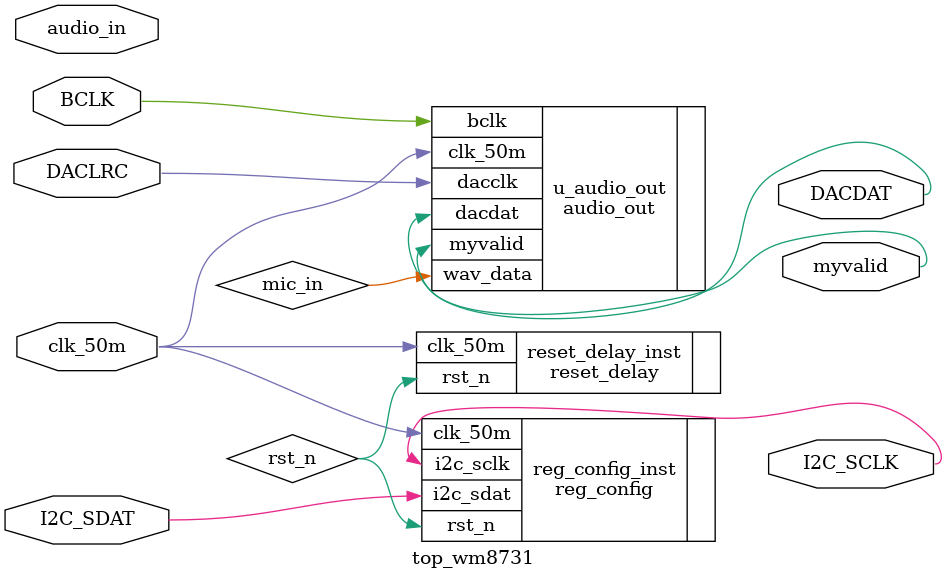
<source format=v>
module top_wm8731 (
    input         clk_50m,
    input  [15:0] audio_in,
    output        myvalid,

    input         DACLRC,
    input         BCLK,
    output        DACDAT,

    output        I2C_SCLK,
    inout         I2C_SDAT
);


    wire         rst_n;

    // 复位延时 65536 * 20ns
    reset_delay reset_delay_inst (
        .clk_50m(clk_50m),
        .rst_n(rst_n)
    );

    // 配置 WM8731 的寄存器
    reg_config reg_config_inst (
        .clk_50m(clk_50m),
        .rst_n(rst_n),
        .i2c_sdat(I2C_SDAT),
        .i2c_sclk(I2C_SCLK)
    );

    // 发送音频数据, right justified, 16bits
    audio_out u_audio_out (
        .clk_50m(clk_50m),
        .wav_data(mic_in),
        .dacclk(DACLRC),
        .bclk(BCLK),
        .dacdat(DACDAT),
        .myvalid(myvalid)
    );

endmodule

</source>
